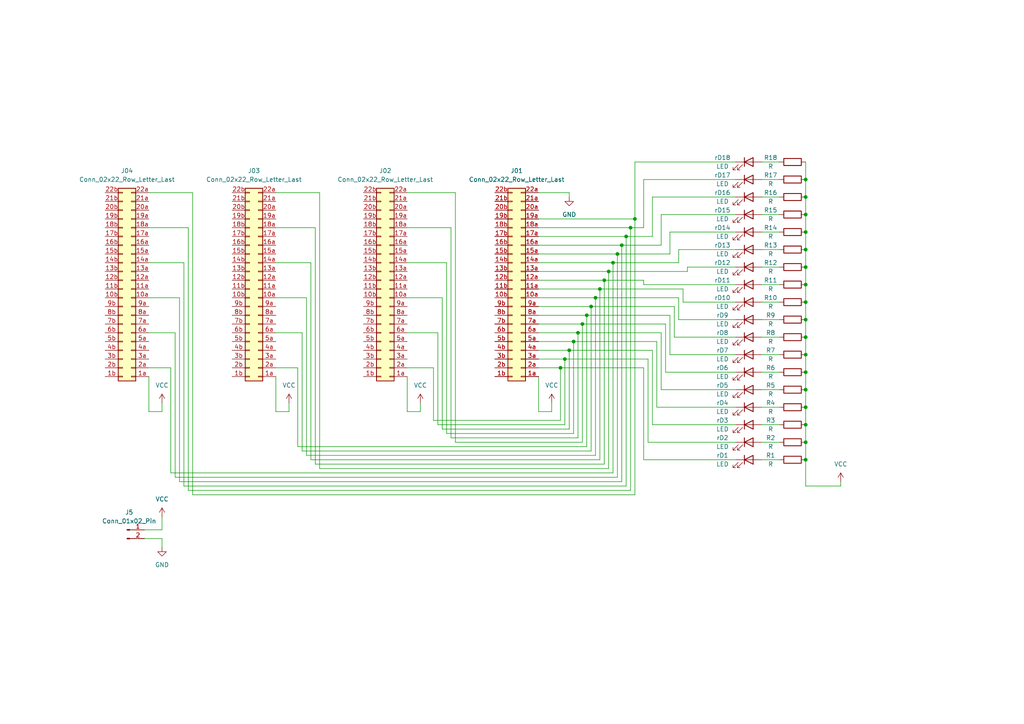
<source format=kicad_sch>
(kicad_sch (version 20230121) (generator eeschema)
  (paper "A4")
  (lib_symbols
    (symbol "Connector:Conn_01x02_Pin" (pin_names (offset 1.016) hide)
      (property "Reference" "J" (at 0 2.54 0))
      (property "Value" "Conn_01x02_Pin" (at 0 -5.08 0))
      (symbol "Conn_01x02_Pin_1_1"
        (polyline (pts (xy 1.27 -2.54) (xy 0.8636 -2.54)) (stroke (width 0.1524)))
        (polyline (pts (xy 1.27 0) (xy 0.8636 0)) (stroke (width 0.1524)))
        (rectangle (start 0.8636 -2.413) (end 0 -2.667) (stroke (width 0.1524)) (fill (type outline)))
        (rectangle (start 0.8636 0.127) (end 0 -0.127) (stroke (width 0.1524)) (fill (type outline)))
        (pin passive line (at 5.08 0 180) (length 3.81) (name "Pin_1") (number "1"))
        (pin passive line (at 5.08 -2.54 180) (length 3.81) (name "Pin_2") (number "2"))
      )
    )
    (symbol "Connector_Generic:Conn_02x22_Row_Letter_Last" (pin_names (offset 1.016) hide)
      (property "Reference" "J" (at 1.27 27.94 0))
      (property "Value" "Conn_02x22_Row_Letter_Last" (at 1.27 -30.48 0))
      (symbol "Conn_02x22_Row_Letter_Last_1_1"
        (rectangle (start -1.27 -27.813) (end 0 -28.067) (stroke (width 0.1524)))
        (rectangle (start -1.27 -25.273) (end 0 -25.527) (stroke (width 0.1524)))
        (rectangle (start -1.27 -22.733) (end 0 -22.987) (stroke (width 0.1524)))
        (rectangle (start -1.27 -20.193) (end 0 -20.447) (stroke (width 0.1524)))
        (rectangle (start -1.27 -17.653) (end 0 -17.907) (stroke (width 0.1524)))
        (rectangle (start -1.27 -15.113) (end 0 -15.367) (stroke (width 0.1524)))
        (rectangle (start -1.27 -12.573) (end 0 -12.827) (stroke (width 0.1524)))
        (rectangle (start -1.27 -10.033) (end 0 -10.287) (stroke (width 0.1524)))
        (rectangle (start -1.27 -7.493) (end 0 -7.747) (stroke (width 0.1524)))
        (rectangle (start -1.27 -4.953) (end 0 -5.207) (stroke (width 0.1524)))
        (rectangle (start -1.27 -2.413) (end 0 -2.667) (stroke (width 0.1524)))
        (rectangle (start -1.27 0.127) (end 0 -0.127) (stroke (width 0.1524)))
        (rectangle (start -1.27 2.667) (end 0 2.413) (stroke (width 0.1524)))
        (rectangle (start -1.27 5.207) (end 0 4.953) (stroke (width 0.1524)))
        (rectangle (start -1.27 7.747) (end 0 7.493) (stroke (width 0.1524)))
        (rectangle (start -1.27 10.287) (end 0 10.033) (stroke (width 0.1524)))
        (rectangle (start -1.27 12.827) (end 0 12.573) (stroke (width 0.1524)))
        (rectangle (start -1.27 15.367) (end 0 15.113) (stroke (width 0.1524)))
        (rectangle (start -1.27 17.907) (end 0 17.653) (stroke (width 0.1524)))
        (rectangle (start -1.27 20.447) (end 0 20.193) (stroke (width 0.1524)))
        (rectangle (start -1.27 22.987) (end 0 22.733) (stroke (width 0.1524)))
        (rectangle (start -1.27 25.527) (end 0 25.273) (stroke (width 0.1524)))
        (rectangle (start -1.27 26.67) (end 3.81 -29.21) (stroke (width 0.254)) (fill (type background)))
        (rectangle (start 3.81 -27.813) (end 2.54 -28.067) (stroke (width 0.1524)))
        (rectangle (start 3.81 -25.273) (end 2.54 -25.527) (stroke (width 0.1524)))
        (rectangle (start 3.81 -22.733) (end 2.54 -22.987) (stroke (width 0.1524)))
        (rectangle (start 3.81 -20.193) (end 2.54 -20.447) (stroke (width 0.1524)))
        (rectangle (start 3.81 -17.653) (end 2.54 -17.907) (stroke (width 0.1524)))
        (rectangle (start 3.81 -15.113) (end 2.54 -15.367) (stroke (width 0.1524)))
        (rectangle (start 3.81 -12.573) (end 2.54 -12.827) (stroke (width 0.1524)))
        (rectangle (start 3.81 -10.033) (end 2.54 -10.287) (stroke (width 0.1524)))
        (rectangle (start 3.81 -7.493) (end 2.54 -7.747) (stroke (width 0.1524)))
        (rectangle (start 3.81 -4.953) (end 2.54 -5.207) (stroke (width 0.1524)))
        (rectangle (start 3.81 -2.413) (end 2.54 -2.667) (stroke (width 0.1524)))
        (rectangle (start 3.81 0.127) (end 2.54 -0.127) (stroke (width 0.1524)))
        (rectangle (start 3.81 2.667) (end 2.54 2.413) (stroke (width 0.1524)))
        (rectangle (start 3.81 5.207) (end 2.54 4.953) (stroke (width 0.1524)))
        (rectangle (start 3.81 7.747) (end 2.54 7.493) (stroke (width 0.1524)))
        (rectangle (start 3.81 10.287) (end 2.54 10.033) (stroke (width 0.1524)))
        (rectangle (start 3.81 12.827) (end 2.54 12.573) (stroke (width 0.1524)))
        (rectangle (start 3.81 15.367) (end 2.54 15.113) (stroke (width 0.1524)))
        (rectangle (start 3.81 17.907) (end 2.54 17.653) (stroke (width 0.1524)))
        (rectangle (start 3.81 20.447) (end 2.54 20.193) (stroke (width 0.1524)))
        (rectangle (start 3.81 22.987) (end 2.54 22.733) (stroke (width 0.1524)))
        (rectangle (start 3.81 25.527) (end 2.54 25.273) (stroke (width 0.1524)))
        (pin passive line (at -5.08 2.54 0) (length 3.81) (name "Pin_10a") (number "10a"))
        (pin passive line (at 7.62 2.54 180) (length 3.81) (name "Pin_10b") (number "10b"))
        (pin passive line (at -5.08 0 0) (length 3.81) (name "Pin_11a") (number "11a"))
        (pin passive line (at 7.62 0 180) (length 3.81) (name "Pin_11b") (number "11b"))
        (pin passive line (at -5.08 -2.54 0) (length 3.81) (name "Pin_12a") (number "12a"))
        (pin passive line (at 7.62 -2.54 180) (length 3.81) (name "Pin_12b") (number "12b"))
        (pin passive line (at -5.08 -5.08 0) (length 3.81) (name "Pin_13a") (number "13a"))
        (pin passive line (at 7.62 -5.08 180) (length 3.81) (name "Pin_13b") (number "13b"))
        (pin passive line (at -5.08 -7.62 0) (length 3.81) (name "Pin_14a") (number "14a"))
        (pin passive line (at 7.62 -7.62 180) (length 3.81) (name "Pin_14b") (number "14b"))
        (pin passive line (at -5.08 -10.16 0) (length 3.81) (name "Pin_15a") (number "15a"))
        (pin passive line (at 7.62 -10.16 180) (length 3.81) (name "Pin_15b") (number "15b"))
        (pin passive line (at -5.08 -12.7 0) (length 3.81) (name "Pin_16a") (number "16a"))
        (pin passive line (at 7.62 -12.7 180) (length 3.81) (name "Pin_16b") (number "16b"))
        (pin passive line (at -5.08 -15.24 0) (length 3.81) (name "Pin_17a") (number "17a"))
        (pin passive line (at 7.62 -15.24 180) (length 3.81) (name "Pin_17b") (number "17b"))
        (pin passive line (at -5.08 -17.78 0) (length 3.81) (name "Pin_18a") (number "18a"))
        (pin passive line (at 7.62 -17.78 180) (length 3.81) (name "Pin_18b") (number "18b"))
        (pin passive line (at -5.08 -20.32 0) (length 3.81) (name "Pin_19a") (number "19a"))
        (pin passive line (at 7.62 -20.32 180) (length 3.81) (name "Pin_19b") (number "19b"))
        (pin passive line (at -5.08 25.4 0) (length 3.81) (name "Pin_1a") (number "1a"))
        (pin passive line (at 7.62 25.4 180) (length 3.81) (name "Pin_1b") (number "1b"))
        (pin passive line (at -5.08 -22.86 0) (length 3.81) (name "Pin_20a") (number "20a"))
        (pin passive line (at 7.62 -22.86 180) (length 3.81) (name "Pin_20b") (number "20b"))
        (pin passive line (at -5.08 -25.4 0) (length 3.81) (name "Pin_21a") (number "21a"))
        (pin passive line (at 7.62 -25.4 180) (length 3.81) (name "Pin_21b") (number "21b"))
        (pin passive line (at -5.08 -27.94 0) (length 3.81) (name "Pin_22a") (number "22a"))
        (pin passive line (at 7.62 -27.94 180) (length 3.81) (name "Pin_22b") (number "22b"))
        (pin passive line (at -5.08 22.86 0) (length 3.81) (name "Pin_2a") (number "2a"))
        (pin passive line (at 7.62 22.86 180) (length 3.81) (name "Pin_2b") (number "2b"))
        (pin passive line (at -5.08 20.32 0) (length 3.81) (name "Pin_3a") (number "3a"))
        (pin passive line (at 7.62 20.32 180) (length 3.81) (name "Pin_3b") (number "3b"))
        (pin passive line (at -5.08 17.78 0) (length 3.81) (name "Pin_4a") (number "4a"))
        (pin passive line (at 7.62 17.78 180) (length 3.81) (name "Pin_4b") (number "4b"))
        (pin passive line (at -5.08 15.24 0) (length 3.81) (name "Pin_5a") (number "5a"))
        (pin passive line (at 7.62 15.24 180) (length 3.81) (name "Pin_5b") (number "5b"))
        (pin passive line (at -5.08 12.7 0) (length 3.81) (name "Pin_6a") (number "6a"))
        (pin passive line (at 7.62 12.7 180) (length 3.81) (name "Pin_6b") (number "6b"))
        (pin passive line (at -5.08 10.16 0) (length 3.81) (name "Pin_7a") (number "7a"))
        (pin passive line (at 7.62 10.16 180) (length 3.81) (name "Pin_7b") (number "7b"))
        (pin passive line (at -5.08 7.62 0) (length 3.81) (name "Pin_8a") (number "8a"))
        (pin passive line (at 7.62 7.62 180) (length 3.81) (name "Pin_8b") (number "8b"))
        (pin passive line (at -5.08 5.08 0) (length 3.81) (name "Pin_9a") (number "9a"))
        (pin passive line (at 7.62 5.08 180) (length 3.81) (name "Pin_9b") (number "9b"))
      )
    )
    (symbol "Device:LED" (pin_numbers hide) (pin_names (offset 1.016) hide)
      (property "Reference" "D" (at 0 2.54 0))
      (property "Value" "LED" (at 0 -2.54 0))
      (symbol "LED_0_1"
        (polyline (pts (xy -1.27 -1.27) (xy -1.27 1.27)) (stroke (width 0.254)))
        (polyline (pts (xy -1.27 0) (xy 1.27 0)))
        (polyline (pts (xy 1.27 -1.27) (xy 1.27 1.27) (xy -1.27 0) (xy 1.27 -1.27)) (stroke (width 0.254)))
        (polyline (pts (xy -3.048 -0.762) (xy -4.572 -2.286) (xy -3.81 -2.286) (xy -4.572 -2.286) (xy -4.572 -1.524)))
        (polyline (pts (xy -1.778 -0.762) (xy -3.302 -2.286) (xy -2.54 -2.286) (xy -3.302 -2.286) (xy -3.302 -1.524)))
      )
      (symbol "LED_1_1"
        (pin passive line (at -3.81 0 0) (length 2.54) (name "K") (number "1"))
        (pin passive line (at 3.81 0 180) (length 2.54) (name "A") (number "2"))
      )
    )
    (symbol "Device:R" (pin_numbers hide) (pin_names (offset 0))
      (property "Reference" "R" (at 2.032 0 90))
      (property "Value" "R" (at 0 0 90))
      (symbol "R_0_1"
        (rectangle (start -1.016 -2.54) (end 1.016 2.54) (stroke (width 0.254)))
      )
      (symbol "R_1_1"
        (pin passive line (at 0 3.81 270) (length 1.27) (name "~") (number "1"))
        (pin passive line (at 0 -3.81 90) (length 1.27) (name "~") (number "2"))
      )
    )
    (symbol "power:GND" (power) (pin_names (offset 0))
      (property "Value" "GND" (at 0 -3.81 0))
      (symbol "GND_0_1"
        (polyline (pts (xy 0 0) (xy 0 -1.27) (xy 1.27 -1.27) (xy 0 -2.54) (xy -1.27 -1.27) (xy 0 -1.27)))
      )
      (symbol "GND_1_1"
        (pin power_in line (at 0 0 270) (length 0) hide (name "GND") (number "1"))
      )
    )
    (symbol "power:VCC" (power) (pin_names (offset 0))
      (property "Value" "VCC" (at 0 3.81 0))
      (symbol "VCC_0_1"
        (polyline (pts (xy -0.762 1.27) (xy 0 2.54)))
        (polyline (pts (xy 0 0) (xy 0 2.54)))
        (polyline (pts (xy 0 2.54) (xy 0.762 1.27)))
      )
      (symbol "VCC_1_1"
        (pin power_in line (at 0 0 90) (length 0) hide (name "VCC") (number "1"))
      )
    )
  )
  (junction (at 170.18 91.44))
  (junction (at 171.45 88.9))
  (junction (at 167.64 96.52))
  (junction (at 172.72 86.36))
  (junction (at 177.8 76.2))
  (junction (at 233.68 72.39))
  (junction (at 165.1 101.6))
  (junction (at 182.88 66.04))
  (junction (at 173.99 83.82))
  (junction (at 175.26 81.28))
  (junction (at 233.68 87.63))
  (junction (at 233.68 82.55))
  (junction (at 233.68 133.35))
  (junction (at 233.68 52.07))
  (junction (at 233.68 97.79))
  (junction (at 163.83 104.14))
  (junction (at 233.68 57.15))
  (junction (at 233.68 107.95))
  (junction (at 233.68 62.23))
  (junction (at 168.91 93.98))
  (junction (at 233.68 92.71))
  (junction (at 176.53 78.74))
  (junction (at 233.68 113.03))
  (junction (at 184.15 63.5))
  (junction (at 233.68 128.27))
  (junction (at 162.56 106.68))
  (junction (at 180.34 71.12))
  (junction (at 233.68 67.31))
  (junction (at 233.68 102.87))
  (junction (at 181.61 68.58))
  (junction (at 233.68 118.11))
  (junction (at 233.68 123.19))
  (junction (at 166.37 99.06))
  (junction (at 233.68 77.47))
  (junction (at 179.07 73.66))
  (wire (pts (xy 213.36 72.39) (xy 196.85 72.39)))
  (wire (pts (xy 196.85 72.39) (xy 196.85 76.2)))
  (wire (pts (xy 129.54 76.2) (xy 118.11 76.2)))
  (wire (pts (xy 213.36 113.03) (xy 191.77 113.03)))
  (wire (pts (xy 55.88 143.51) (xy 55.88 55.88)))
  (wire (pts (xy 156.21 119.38) (xy 160.02 119.38)))
  (wire (pts (xy 128.27 124.46) (xy 128.27 86.36)))
  (wire (pts (xy 186.69 66.04) (xy 182.88 66.04)))
  (wire (pts (xy 184.15 46.99) (xy 184.15 63.5)))
  (wire (pts (xy 49.53 106.68) (xy 43.18 106.68)))
  (wire (pts (xy 220.98 118.11) (xy 226.06 118.11)))
  (wire (pts (xy 90.17 133.35) (xy 90.17 76.2)))
  (wire (pts (xy 186.69 106.68) (xy 162.56 106.68)))
  (wire (pts (xy 50.8 96.52) (xy 43.18 96.52)))
  (wire (pts (xy 125.73 121.92) (xy 125.73 106.68)))
  (wire (pts (xy 213.36 46.99) (xy 184.15 46.99)))
  (wire (pts (xy 127 96.52) (xy 118.11 96.52)))
  (wire (pts (xy 156.21 88.9) (xy 171.45 88.9)))
  (wire (pts (xy 163.83 104.14) (xy 163.83 123.19)))
  (wire (pts (xy 88.9 132.08) (xy 88.9 86.36)))
  (wire (pts (xy 41.91 153.67) (xy 46.99 153.67)))
  (wire (pts (xy 91.44 66.04) (xy 80.01 66.04)))
  (wire (pts (xy 52.07 139.7) (xy 52.07 86.36)))
  (wire (pts (xy 165.1 55.88) (xy 165.1 57.15)))
  (wire (pts (xy 175.26 81.28) (xy 186.69 81.28)))
  (wire (pts (xy 220.98 92.71) (xy 226.06 92.71)))
  (wire (pts (xy 121.92 116.84) (xy 121.92 119.38)))
  (wire (pts (xy 156.21 86.36) (xy 172.72 86.36)))
  (wire (pts (xy 156.21 96.52) (xy 167.64 96.52)))
  (wire (pts (xy 162.56 121.92) (xy 125.73 121.92)))
  (wire (pts (xy 187.96 128.27) (xy 187.96 104.14)))
  (wire (pts (xy 233.68 46.99) (xy 233.68 52.07)))
  (wire (pts (xy 166.37 125.73) (xy 129.54 125.73)))
  (wire (pts (xy 196.85 86.36) (xy 172.72 86.36)))
  (wire (pts (xy 156.21 68.58) (xy 181.61 68.58)))
  (wire (pts (xy 191.77 71.12) (xy 180.34 71.12)))
  (wire (pts (xy 233.68 140.97) (xy 243.84 140.97)))
  (wire (pts (xy 233.68 67.31) (xy 233.68 72.39)))
  (wire (pts (xy 50.8 138.43) (xy 50.8 96.52)))
  (wire (pts (xy 199.39 78.74) (xy 176.53 78.74)))
  (wire (pts (xy 156.21 93.98) (xy 168.91 93.98)))
  (wire (pts (xy 187.96 104.14) (xy 163.83 104.14)))
  (wire (pts (xy 199.39 77.47) (xy 199.39 78.74)))
  (wire (pts (xy 233.68 113.03) (xy 233.68 118.11)))
  (wire (pts (xy 213.36 128.27) (xy 187.96 128.27)))
  (wire (pts (xy 213.36 67.31) (xy 194.31 67.31)))
  (wire (pts (xy 194.31 91.44) (xy 170.18 91.44)))
  (wire (pts (xy 213.36 77.47) (xy 199.39 77.47)))
  (wire (pts (xy 190.5 118.11) (xy 190.5 99.06)))
  (wire (pts (xy 156.21 55.88) (xy 165.1 55.88)))
  (wire (pts (xy 194.31 102.87) (xy 194.31 91.44)))
  (wire (pts (xy 193.04 107.95) (xy 193.04 93.98)))
  (wire (pts (xy 213.36 52.07) (xy 186.69 52.07)))
  (wire (pts (xy 181.61 68.58) (xy 181.61 140.97)))
  (wire (pts (xy 182.88 142.24) (xy 54.61 142.24)))
  (wire (pts (xy 220.98 113.03) (xy 226.06 113.03)))
  (wire (pts (xy 53.34 140.97) (xy 53.34 76.2)))
  (wire (pts (xy 127 123.19) (xy 127 96.52)))
  (wire (pts (xy 55.88 55.88) (xy 43.18 55.88)))
  (wire (pts (xy 180.34 71.12) (xy 180.34 139.7)))
  (wire (pts (xy 173.99 133.35) (xy 90.17 133.35)))
  (wire (pts (xy 189.23 123.19) (xy 213.36 123.19)))
  (wire (pts (xy 213.36 97.79) (xy 195.58 97.79)))
  (wire (pts (xy 118.11 109.22) (xy 118.11 119.38)))
  (wire (pts (xy 195.58 88.9) (xy 171.45 88.9)))
  (wire (pts (xy 198.12 87.63) (xy 198.12 83.82)))
  (wire (pts (xy 220.98 72.39) (xy 226.06 72.39)))
  (wire (pts (xy 173.99 83.82) (xy 173.99 133.35)))
  (wire (pts (xy 186.69 82.55) (xy 213.36 82.55)))
  (wire (pts (xy 53.34 76.2) (xy 43.18 76.2)))
  (wire (pts (xy 43.18 109.22) (xy 43.18 119.38)))
  (wire (pts (xy 156.21 73.66) (xy 179.07 73.66)))
  (wire (pts (xy 194.31 67.31) (xy 194.31 73.66)))
  (wire (pts (xy 233.68 87.63) (xy 233.68 92.71)))
  (wire (pts (xy 233.68 128.27) (xy 233.68 133.35)))
  (wire (pts (xy 220.98 123.19) (xy 226.06 123.19)))
  (wire (pts (xy 156.21 99.06) (xy 166.37 99.06)))
  (wire (pts (xy 184.15 143.51) (xy 55.88 143.51)))
  (wire (pts (xy 189.23 68.58) (xy 181.61 68.58)))
  (wire (pts (xy 172.72 86.36) (xy 172.72 132.08)))
  (wire (pts (xy 172.72 132.08) (xy 88.9 132.08)))
  (wire (pts (xy 80.01 109.22) (xy 80.01 119.38)))
  (wire (pts (xy 220.98 128.27) (xy 226.06 128.27)))
  (wire (pts (xy 132.08 128.27) (xy 132.08 55.88)))
  (wire (pts (xy 92.71 55.88) (xy 80.01 55.88)))
  (wire (pts (xy 189.23 57.15) (xy 189.23 68.58)))
  (wire (pts (xy 220.98 87.63) (xy 226.06 87.63)))
  (wire (pts (xy 129.54 125.73) (xy 129.54 76.2)))
  (wire (pts (xy 233.68 77.47) (xy 233.68 82.55)))
  (wire (pts (xy 54.61 66.04) (xy 43.18 66.04)))
  (wire (pts (xy 243.84 140.97) (xy 243.84 139.7)))
  (wire (pts (xy 175.26 81.28) (xy 175.26 134.62)))
  (wire (pts (xy 220.98 67.31) (xy 226.06 67.31)))
  (wire (pts (xy 189.23 123.19) (xy 189.23 101.6)))
  (wire (pts (xy 186.69 52.07) (xy 186.69 66.04)))
  (wire (pts (xy 156.21 83.82) (xy 173.99 83.82)))
  (wire (pts (xy 233.68 97.79) (xy 233.68 102.87)))
  (wire (pts (xy 156.21 104.14) (xy 163.83 104.14)))
  (wire (pts (xy 80.01 119.38) (xy 83.82 119.38)))
  (wire (pts (xy 175.26 134.62) (xy 91.44 134.62)))
  (wire (pts (xy 220.98 133.35) (xy 226.06 133.35)))
  (wire (pts (xy 170.18 91.44) (xy 170.18 129.54)))
  (wire (pts (xy 46.99 149.86) (xy 46.99 153.67)))
  (wire (pts (xy 118.11 119.38) (xy 121.92 119.38)))
  (wire (pts (xy 233.68 72.39) (xy 233.68 77.47)))
  (wire (pts (xy 213.36 102.87) (xy 194.31 102.87)))
  (wire (pts (xy 179.07 73.66) (xy 179.07 138.43)))
  (wire (pts (xy 156.21 66.04) (xy 182.88 66.04)))
  (wire (pts (xy 233.68 82.55) (xy 233.68 87.63)))
  (wire (pts (xy 176.53 78.74) (xy 176.53 135.89)))
  (wire (pts (xy 186.69 81.28) (xy 186.69 82.55)))
  (wire (pts (xy 233.68 118.11) (xy 233.68 123.19)))
  (wire (pts (xy 91.44 134.62) (xy 91.44 66.04)))
  (wire (pts (xy 41.91 156.21) (xy 46.99 156.21)))
  (wire (pts (xy 220.98 102.87) (xy 226.06 102.87)))
  (wire (pts (xy 220.98 57.15) (xy 226.06 57.15)))
  (wire (pts (xy 86.36 129.54) (xy 86.36 106.68)))
  (wire (pts (xy 233.68 133.35) (xy 233.68 140.97)))
  (wire (pts (xy 233.68 123.19) (xy 233.68 128.27)))
  (wire (pts (xy 156.21 109.22) (xy 156.21 119.38)))
  (wire (pts (xy 130.81 127) (xy 130.81 66.04)))
  (wire (pts (xy 220.98 107.95) (xy 226.06 107.95)))
  (wire (pts (xy 182.88 66.04) (xy 182.88 142.24)))
  (wire (pts (xy 198.12 83.82) (xy 173.99 83.82)))
  (wire (pts (xy 156.21 101.6) (xy 165.1 101.6)))
  (wire (pts (xy 220.98 46.99) (xy 226.06 46.99)))
  (wire (pts (xy 171.45 88.9) (xy 171.45 130.81)))
  (wire (pts (xy 196.85 92.71) (xy 196.85 86.36)))
  (wire (pts (xy 220.98 82.55) (xy 226.06 82.55)))
  (wire (pts (xy 233.68 52.07) (xy 233.68 57.15)))
  (wire (pts (xy 177.8 76.2) (xy 177.8 137.16)))
  (wire (pts (xy 177.8 137.16) (xy 49.53 137.16)))
  (wire (pts (xy 132.08 55.88) (xy 118.11 55.88)))
  (wire (pts (xy 213.36 92.71) (xy 196.85 92.71)))
  (wire (pts (xy 49.53 137.16) (xy 49.53 106.68)))
  (wire (pts (xy 176.53 135.89) (xy 92.71 135.89)))
  (wire (pts (xy 179.07 138.43) (xy 50.8 138.43)))
  (wire (pts (xy 54.61 142.24) (xy 54.61 66.04)))
  (wire (pts (xy 87.63 96.52) (xy 80.01 96.52)))
  (wire (pts (xy 125.73 106.68) (xy 118.11 106.68)))
  (wire (pts (xy 87.63 130.81) (xy 87.63 96.52)))
  (wire (pts (xy 165.1 101.6) (xy 165.1 124.46)))
  (wire (pts (xy 167.64 96.52) (xy 167.64 127)))
  (wire (pts (xy 213.36 57.15) (xy 189.23 57.15)))
  (wire (pts (xy 90.17 76.2) (xy 80.01 76.2)))
  (wire (pts (xy 160.02 116.84) (xy 160.02 119.38)))
  (wire (pts (xy 168.91 128.27) (xy 132.08 128.27)))
  (wire (pts (xy 118.11 86.36) (xy 128.27 86.36)))
  (wire (pts (xy 181.61 140.97) (xy 53.34 140.97)))
  (wire (pts (xy 179.07 73.66) (xy 194.31 73.66)))
  (wire (pts (xy 165.1 124.46) (xy 128.27 124.46)))
  (wire (pts (xy 233.68 62.23) (xy 233.68 67.31)))
  (wire (pts (xy 46.99 116.84) (xy 46.99 119.38)))
  (wire (pts (xy 213.36 87.63) (xy 198.12 87.63)))
  (wire (pts (xy 46.99 119.38) (xy 43.18 119.38)))
  (wire (pts (xy 156.21 106.68) (xy 162.56 106.68)))
  (wire (pts (xy 83.82 116.84) (xy 83.82 119.38)))
  (wire (pts (xy 52.07 86.36) (xy 43.18 86.36)))
  (wire (pts (xy 166.37 99.06) (xy 166.37 125.73)))
  (wire (pts (xy 220.98 62.23) (xy 226.06 62.23)))
  (wire (pts (xy 193.04 93.98) (xy 168.91 93.98)))
  (wire (pts (xy 191.77 62.23) (xy 191.77 71.12)))
  (wire (pts (xy 156.21 91.44) (xy 170.18 91.44)))
  (wire (pts (xy 168.91 93.98) (xy 168.91 128.27)))
  (wire (pts (xy 156.21 71.12) (xy 180.34 71.12)))
  (wire (pts (xy 156.21 76.2) (xy 177.8 76.2)))
  (wire (pts (xy 220.98 77.47) (xy 226.06 77.47)))
  (wire (pts (xy 191.77 113.03) (xy 191.77 96.52)))
  (wire (pts (xy 184.15 63.5) (xy 184.15 143.51)))
  (wire (pts (xy 213.36 62.23) (xy 191.77 62.23)))
  (wire (pts (xy 233.68 102.87) (xy 233.68 107.95)))
  (wire (pts (xy 191.77 96.52) (xy 167.64 96.52)))
  (wire (pts (xy 170.18 129.54) (xy 86.36 129.54)))
  (wire (pts (xy 86.36 106.68) (xy 80.01 106.68)))
  (wire (pts (xy 233.68 107.95) (xy 233.68 113.03)))
  (wire (pts (xy 186.69 133.35) (xy 186.69 106.68)))
  (wire (pts (xy 180.34 139.7) (xy 52.07 139.7)))
  (wire (pts (xy 190.5 99.06) (xy 166.37 99.06)))
  (wire (pts (xy 195.58 97.79) (xy 195.58 88.9)))
  (wire (pts (xy 233.68 92.71) (xy 233.68 97.79)))
  (wire (pts (xy 220.98 97.79) (xy 226.06 97.79)))
  (wire (pts (xy 213.36 133.35) (xy 186.69 133.35)))
  (wire (pts (xy 46.99 156.21) (xy 46.99 158.75)))
  (wire (pts (xy 189.23 101.6) (xy 165.1 101.6)))
  (wire (pts (xy 233.68 57.15) (xy 233.68 62.23)))
  (wire (pts (xy 130.81 66.04) (xy 118.11 66.04)))
  (wire (pts (xy 213.36 107.95) (xy 193.04 107.95)))
  (wire (pts (xy 88.9 86.36) (xy 80.01 86.36)))
  (wire (pts (xy 92.71 135.89) (xy 92.71 55.88)))
  (wire (pts (xy 171.45 130.81) (xy 87.63 130.81)))
  (wire (pts (xy 156.21 81.28) (xy 175.26 81.28)))
  (wire (pts (xy 220.98 52.07) (xy 226.06 52.07)))
  (wire (pts (xy 156.21 63.5) (xy 184.15 63.5)))
  (wire (pts (xy 163.83 123.19) (xy 127 123.19)))
  (wire (pts (xy 162.56 106.68) (xy 162.56 121.92)))
  (wire (pts (xy 213.36 118.11) (xy 190.5 118.11)))
  (wire (pts (xy 156.21 78.74) (xy 176.53 78.74)))
  (wire (pts (xy 167.64 127) (xy 130.81 127)))
  (wire (pts (xy 196.85 76.2) (xy 177.8 76.2)))
  (symbol (lib_id "Device:LED") (at 217.17 72.39 0) (unit 1)
    (property "Reference" "rD13" (at 209.55 71.12 0))
    (property "Value" "LED" (at 209.55 73.66 0))
    (property "Footprint" "LED_SMD:LED_1206_3216Metric" (effects hide))
  )
  (symbol (lib_id "Device:LED") (at 217.17 92.71 0) (unit 1)
    (property "Reference" "rD9" (at 209.55 91.44 0))
    (property "Value" "LED" (at 209.55 93.98 0))
    (property "Footprint" "LED_SMD:LED_1206_3216Metric" (effects hide))
  )
  (symbol (lib_id "Device:R") (at 229.87 82.55 90) (unit 1)
    (property "Reference" "R11" (at 223.52 81.28 90))
    (property "Value" "R" (at 223.52 83.82 90))
    (property "Footprint" "Resistor_SMD:R_1206_3216Metric" (effects hide))
  )
  (symbol (lib_id "Device:R") (at 229.87 118.11 90) (unit 1)
    (property "Reference" "R4" (at 223.52 116.84 90))
    (property "Value" "R" (at 223.52 119.38 90))
    (property "Footprint" "Resistor_SMD:R_1206_3216Metric" (effects hide))
  )
  (symbol (lib_id "Device:LED") (at 217.17 128.27 0) (unit 1)
    (property "Reference" "rD2" (at 209.55 127 0))
    (property "Value" "LED" (at 209.55 129.54 0))
    (property "Footprint" "LED_SMD:LED_1206_3216Metric" (effects hide))
  )
  (symbol (lib_id "Device:LED") (at 217.17 82.55 0) (unit 1)
    (property "Reference" "rD11" (at 209.55 81.28 0))
    (property "Value" "LED" (at 209.55 83.82 0))
    (property "Footprint" "LED_SMD:LED_1206_3216Metric" (effects hide))
  )
  (symbol (lib_id "Device:LED") (at 217.17 102.87 0) (unit 1)
    (property "Reference" "rD7" (at 209.55 101.6 0))
    (property "Value" "LED" (at 209.55 104.14 0))
    (property "Footprint" "LED_SMD:LED_1206_3216Metric" (effects hide))
  )
  (symbol (lib_id "power:VCC") (at 243.84 139.7 0) (unit 1)
    (property "Reference" "#PWR05" (effects hide))
    (property "Value" "VCC" (at 243.84 134.62 0))
  )
  (symbol (lib_id "Connector_Generic:Conn_02x22_Row_Letter_Last") (at 38.1 83.82 180) (unit 1)
    (property "Reference" "J04" (at 36.83 49.53 0))
    (property "Value" "Conn_02x22_Row_Letter_Last" (at 36.83 52.07 0))
    (property "Footprint" "EdgeConectors:Edac_22x2_3.96" (effects hide))
  )
  (symbol (lib_id "Connector_Generic:Conn_02x22_Row_Letter_Last") (at 74.93 83.82 180) (unit 1)
    (property "Reference" "J03" (at 73.66 49.53 0))
    (property "Value" "Conn_02x22_Row_Letter_Last" (at 73.66 52.07 0))
    (property "Footprint" "EdgeConectors:Edac_22x2_3.96" (effects hide))
  )
  (symbol (lib_id "Device:LED") (at 217.17 123.19 0) (unit 1)
    (property "Reference" "rD3" (at 209.55 121.92 0))
    (property "Value" "LED" (at 209.55 124.46 0))
    (property "Footprint" "LED_SMD:LED_1206_3216Metric" (effects hide))
  )
  (symbol (lib_id "power:GND") (at 165.1 57.15 0) (unit 1)
    (property "Reference" "#PWR08" (effects hide))
    (property "Value" "GND" (at 165.1 62.23 0))
  )
  (symbol (lib_id "Device:LED") (at 217.17 52.07 0) (unit 1)
    (property "Reference" "rD17" (at 209.55 50.8 0))
    (property "Value" "LED" (at 209.55 53.34 0))
    (property "Footprint" "LED_SMD:LED_1206_3216Metric" (effects hide))
  )
  (symbol (lib_id "Device:LED") (at 217.17 133.35 0) (unit 1)
    (property "Reference" "rD1" (at 209.55 132.08 0))
    (property "Value" "LED" (at 209.55 134.62 0))
    (property "Footprint" "LED_SMD:LED_1206_3216Metric" (effects hide))
  )
  (symbol (lib_id "Device:LED") (at 217.17 97.79 0) (unit 1)
    (property "Reference" "rD8" (at 209.55 96.52 0))
    (property "Value" "LED" (at 209.55 99.06 0))
    (property "Footprint" "LED_SMD:LED_1206_3216Metric" (effects hide))
  )
  (symbol (lib_id "Device:R") (at 229.87 133.35 90) (unit 1)
    (property "Reference" "R1" (at 223.52 132.08 90))
    (property "Value" "R" (at 223.52 134.62 90))
    (property "Footprint" "Resistor_SMD:R_1206_3216Metric" (effects hide))
  )
  (symbol (lib_id "Device:R") (at 229.87 67.31 90) (unit 1)
    (property "Reference" "R14" (at 223.52 66.04 90))
    (property "Value" "R" (at 223.52 68.58 90))
    (property "Footprint" "Resistor_SMD:R_1206_3216Metric" (effects hide))
  )
  (symbol (lib_id "Device:LED") (at 217.17 107.95 0) (unit 1)
    (property "Reference" "rD6" (at 209.55 106.68 0))
    (property "Value" "LED" (at 209.55 109.22 0))
    (property "Footprint" "LED_SMD:LED_1206_3216Metric" (effects hide))
  )
  (symbol (lib_id "power:GND") (at 46.99 158.75 0) (unit 1)
    (property "Reference" "#PWR07" (effects hide))
    (property "Value" "GND" (at 46.99 163.83 0))
  )
  (symbol (lib_id "Device:R") (at 229.87 77.47 90) (unit 1)
    (property "Reference" "R12" (at 223.52 76.2 90))
    (property "Value" "R" (at 223.52 78.74 90))
    (property "Footprint" "Resistor_SMD:R_1206_3216Metric" (effects hide))
  )
  (symbol (lib_id "Device:LED") (at 217.17 62.23 0) (unit 1)
    (property "Reference" "rD15" (at 209.55 60.96 0))
    (property "Value" "LED" (at 209.55 63.5 0))
    (property "Footprint" "LED_SMD:LED_1206_3216Metric" (effects hide))
  )
  (symbol (lib_id "Connector:Conn_01x02_Pin") (at 36.83 153.67 0) (unit 1)
    (property "Reference" "J5" (at 37.465 148.59 0))
    (property "Value" "Conn_01x02_Pin" (at 37.465 151.13 0))
    (property "Footprint" "Connector_PinHeader_2.54mm:PinHeader_1x02_P2.54mm_Vertical" (effects hide))
  )
  (symbol (lib_id "Device:R") (at 229.87 92.71 90) (unit 1)
    (property "Reference" "R9" (at 223.52 91.44 90))
    (property "Value" "R" (at 223.52 93.98 90))
    (property "Footprint" "Resistor_SMD:R_1206_3216Metric" (effects hide))
  )
  (symbol (lib_id "Device:R") (at 229.87 102.87 90) (unit 1)
    (property "Reference" "R7" (at 223.52 101.6 90))
    (property "Value" "R" (at 223.52 104.14 90))
    (property "Footprint" "Resistor_SMD:R_1206_3216Metric" (effects hide))
  )
  (symbol (lib_id "Device:R") (at 229.87 57.15 90) (unit 1)
    (property "Reference" "R16" (at 223.52 55.88 90))
    (property "Value" "R" (at 223.52 58.42 90))
    (property "Footprint" "Resistor_SMD:R_1206_3216Metric" (effects hide))
  )
  (symbol (lib_id "Device:R") (at 229.87 113.03 90) (unit 1)
    (property "Reference" "R5" (at 223.52 111.76 90))
    (property "Value" "R" (at 223.52 114.3 90))
    (property "Footprint" "Resistor_SMD:R_1206_3216Metric" (effects hide))
  )
  (symbol (lib_id "Device:LED") (at 217.17 46.99 0) (unit 1)
    (property "Reference" "rD18" (at 209.55 45.72 0))
    (property "Value" "LED" (at 209.55 48.26 0))
    (property "Footprint" "LED_SMD:LED_1206_3216Metric" (effects hide))
  )
  (symbol (lib_id "Device:LED") (at 217.17 118.11 0) (unit 1)
    (property "Reference" "rD4" (at 209.55 116.84 0))
    (property "Value" "LED" (at 209.55 119.38 0))
    (property "Footprint" "LED_SMD:LED_1206_3216Metric" (effects hide))
  )
  (symbol (lib_id "Device:R") (at 229.87 97.79 90) (unit 1)
    (property "Reference" "R8" (at 223.52 96.52 90))
    (property "Value" "R" (at 223.52 99.06 90))
    (property "Footprint" "Resistor_SMD:R_1206_3216Metric" (effects hide))
  )
  (symbol (lib_id "power:VCC") (at 46.99 149.86 0) (unit 1)
    (property "Reference" "#PWR06" (effects hide))
    (property "Value" "VCC" (at 46.99 144.78 0))
  )
  (symbol (lib_id "Device:LED") (at 217.17 57.15 0) (unit 1)
    (property "Reference" "rD16" (at 209.55 55.88 0))
    (property "Value" "LED" (at 209.55 58.42 0))
    (property "Footprint" "LED_SMD:LED_1206_3216Metric" (effects hide))
  )
  (symbol (lib_id "Device:R") (at 229.87 123.19 90) (unit 1)
    (property "Reference" "R3" (at 223.52 121.92 90))
    (property "Value" "R" (at 223.52 124.46 90))
    (property "Footprint" "Resistor_SMD:R_1206_3216Metric" (effects hide))
  )
  (symbol (lib_id "power:VCC") (at 121.92 116.84 0) (unit 1)
    (property "Reference" "#PWR03" (effects hide))
    (property "Value" "VCC" (at 121.92 111.76 0))
  )
  (symbol (lib_id "Device:LED") (at 217.17 113.03 0) (unit 1)
    (property "Reference" "rD5" (at 209.55 111.76 0))
    (property "Value" "LED" (at 209.55 114.3 0))
    (property "Footprint" "LED_SMD:LED_1206_3216Metric" (effects hide))
  )
  (symbol (lib_id "Device:R") (at 229.87 62.23 90) (unit 1)
    (property "Reference" "R15" (at 223.52 60.96 90))
    (property "Value" "R" (at 223.52 63.5 90))
    (property "Footprint" "Resistor_SMD:R_1206_3216Metric" (effects hide))
  )
  (symbol (lib_id "Device:R") (at 229.87 52.07 90) (unit 1)
    (property "Reference" "R17" (at 223.52 50.8 90))
    (property "Value" "R" (at 223.52 53.34 90))
    (property "Footprint" "Resistor_SMD:R_1206_3216Metric" (effects hide))
  )
  (symbol (lib_id "Connector_Generic:Conn_02x22_Row_Letter_Last") (at 113.03 83.82 180) (unit 1)
    (property "Reference" "J02" (at 111.76 49.53 0))
    (property "Value" "Conn_02x22_Row_Letter_Last" (at 111.76 52.07 0))
    (property "Footprint" "EdgeConectors:Edac_22x2_3.96" (effects hide))
  )
  (symbol (lib_id "power:VCC") (at 46.99 116.84 0) (unit 1)
    (property "Reference" "#PWR01" (effects hide))
    (property "Value" "VCC" (at 46.99 111.76 0))
  )
  (symbol (lib_id "Device:LED") (at 217.17 87.63 0) (unit 1)
    (property "Reference" "rD10" (at 209.55 86.36 0))
    (property "Value" "LED" (at 209.55 88.9 0))
    (property "Footprint" "LED_SMD:LED_1206_3216Metric" (effects hide))
  )
  (symbol (lib_id "Device:LED") (at 217.17 67.31 0) (unit 1)
    (property "Reference" "rD14" (at 209.55 66.04 0))
    (property "Value" "LED" (at 209.55 68.58 0))
    (property "Footprint" "LED_SMD:LED_1206_3216Metric" (effects hide))
  )
  (symbol (lib_id "Device:R") (at 229.87 72.39 90) (unit 1)
    (property "Reference" "R13" (at 223.52 71.12 90))
    (property "Value" "R" (at 223.52 73.66 90))
    (property "Footprint" "Resistor_SMD:R_1206_3216Metric" (effects hide))
  )
  (symbol (lib_id "power:VCC") (at 83.82 116.84 0) (unit 1)
    (property "Reference" "#PWR02" (effects hide))
    (property "Value" "VCC" (at 83.82 111.76 0))
  )
  (symbol (lib_id "Device:R") (at 229.87 128.27 90) (unit 1)
    (property "Reference" "R2" (at 223.52 127 90))
    (property "Value" "R" (at 223.52 129.54 90))
    (property "Footprint" "Resistor_SMD:R_1206_3216Metric" (effects hide))
  )
  (symbol (lib_id "power:VCC") (at 160.02 116.84 0) (unit 1)
    (property "Reference" "#PWR04" (effects hide))
    (property "Value" "VCC" (at 160.02 111.76 0))
  )
  (symbol (lib_id "Device:LED") (at 217.17 77.47 0) (unit 1)
    (property "Reference" "rD12" (at 209.55 76.2 0))
    (property "Value" "LED" (at 209.55 78.74 0))
    (property "Footprint" "LED_SMD:LED_1206_3216Metric" (effects hide))
  )
  (symbol (lib_id "Device:R") (at 229.87 107.95 90) (unit 1)
    (property "Reference" "R6" (at 223.52 106.68 90))
    (property "Value" "R" (at 223.52 109.22 90))
    (property "Footprint" "Resistor_SMD:R_1206_3216Metric" (effects hide))
  )
  (symbol (lib_id "Device:R") (at 229.87 46.99 90) (unit 1)
    (property "Reference" "R18" (at 223.52 45.72 90))
    (property "Value" "R" (at 223.52 48.26 90))
    (property "Footprint" "Resistor_SMD:R_1206_3216Metric" (effects hide))
  )
  (symbol (lib_id "Connector_Generic:Conn_02x22_Row_Letter_Last") (at 151.13 83.82 180) (unit 1)
    (property "Reference" "J01" (at 149.86 49.53 0))
    (property "Value" "Conn_02x22_Row_Letter_Last" (at 149.86 52.07 0))
    (property "Footprint" "EdgeConectors:Edac_22x2_3.96" (effects hide))
  )
  (symbol (lib_id "Device:R") (at 229.87 87.63 90) (unit 1)
    (property "Reference" "R10" (at 223.52 86.36 90))
    (property "Value" "R" (at 223.52 88.9 90))
    (property "Footprint" "Resistor_SMD:R_1206_3216Metric" (effects hide))
  )
)
</source>
